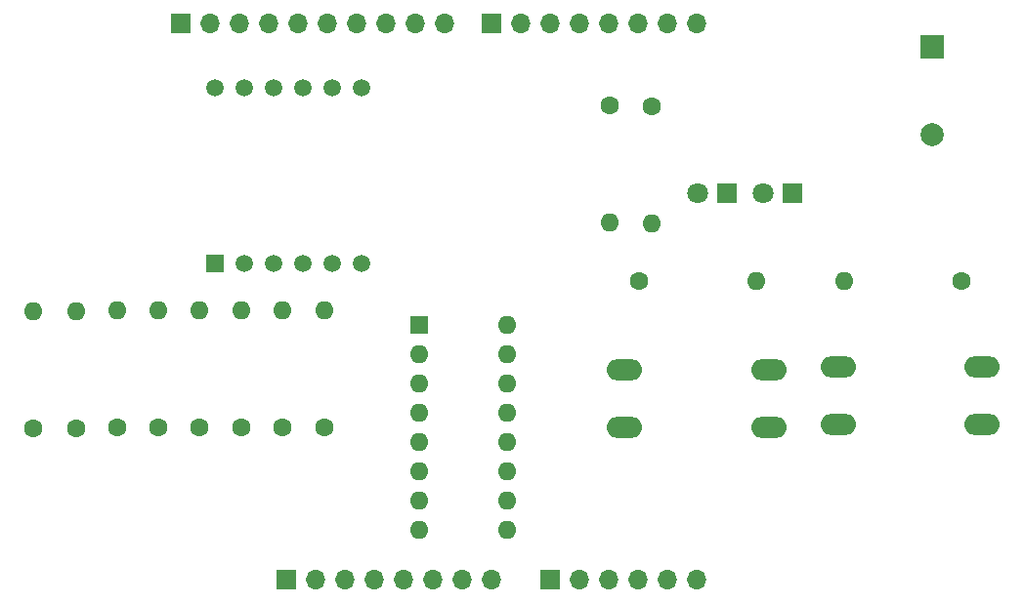
<source format=gbr>
%TF.GenerationSoftware,KiCad,Pcbnew,7.0.1-0*%
%TF.CreationDate,2023-04-12T16:12:07-06:00*%
%TF.ProjectId,Arduino_Uno_Kitchen_Timer,41726475-696e-46f5-9f55-6e6f5f4b6974,rev?*%
%TF.SameCoordinates,Original*%
%TF.FileFunction,Soldermask,Bot*%
%TF.FilePolarity,Negative*%
%FSLAX46Y46*%
G04 Gerber Fmt 4.6, Leading zero omitted, Abs format (unit mm)*
G04 Created by KiCad (PCBNEW 7.0.1-0) date 2023-04-12 16:12:07*
%MOMM*%
%LPD*%
G01*
G04 APERTURE LIST*
%ADD10R,1.700000X1.700000*%
%ADD11O,1.700000X1.700000*%
%ADD12C,1.600000*%
%ADD13O,1.600000X1.600000*%
%ADD14O,3.048000X1.850000*%
%ADD15R,1.600000X1.600000*%
%ADD16R,1.800000X1.800000*%
%ADD17C,1.800000*%
%ADD18R,2.000000X2.000000*%
%ADD19C,2.000000*%
%ADD20R,1.500000X1.500000*%
%ADD21C,1.500000*%
G04 APERTURE END LIST*
D10*
%TO.C,J2*%
X145669000Y-51088000D03*
D11*
X148209000Y-51088000D03*
X150749000Y-51088000D03*
X153289000Y-51088000D03*
X155829000Y-51088000D03*
X158369000Y-51088000D03*
X160909000Y-51088000D03*
X163449000Y-51088000D03*
X165989000Y-51088000D03*
X168529000Y-51088000D03*
%TD*%
D12*
%TO.C,R10*%
X140207994Y-86139996D03*
D13*
X140207994Y-75979996D03*
%TD*%
D14*
%TO.C,SW1*%
X215134088Y-85896641D03*
X202634088Y-85896641D03*
X215134088Y-80896641D03*
X202634088Y-80896641D03*
%TD*%
%TO.C,SW2*%
X196651913Y-86152023D03*
X184151913Y-86152023D03*
X196651913Y-81152023D03*
X184151913Y-81152023D03*
%TD*%
D12*
%TO.C,R8*%
X147320000Y-86140000D03*
D13*
X147320000Y-75980000D03*
%TD*%
D12*
%TO.C,R2*%
X213360000Y-73440000D03*
D13*
X203200000Y-73440000D03*
%TD*%
D15*
%TO.C,U1*%
X166380000Y-77265000D03*
D13*
X166380000Y-79805000D03*
X166380000Y-82345000D03*
X166380000Y-84885000D03*
X166380000Y-87425000D03*
X166380000Y-89965000D03*
X166380000Y-92505000D03*
X166380000Y-95045000D03*
X174000000Y-95045000D03*
X174000000Y-92505000D03*
X174000000Y-89965000D03*
X174000000Y-87425000D03*
X174000000Y-84885000D03*
X174000000Y-82345000D03*
X174000000Y-79805000D03*
X174000000Y-77265000D03*
%TD*%
D12*
%TO.C,R11*%
X136612913Y-86218150D03*
D13*
X136612913Y-76058150D03*
%TD*%
D12*
%TO.C,R4*%
X186538923Y-58262499D03*
D13*
X186538923Y-68422499D03*
%TD*%
D16*
%TO.C,D1*%
X198685096Y-65770438D03*
D17*
X196145096Y-65770438D03*
%TD*%
D10*
%TO.C,J4*%
X172593000Y-51088000D03*
D11*
X175133000Y-51088000D03*
X177673000Y-51088000D03*
X180213000Y-51088000D03*
X182753000Y-51088000D03*
X185293000Y-51088000D03*
X187833000Y-51088000D03*
X190373000Y-51088000D03*
%TD*%
D12*
%TO.C,R6*%
X154510160Y-86140000D03*
D13*
X154510160Y-75980000D03*
%TD*%
D12*
%TO.C,R5*%
X158107517Y-86088651D03*
D13*
X158107517Y-75928651D03*
%TD*%
D12*
%TO.C,R7*%
X150915080Y-86139996D03*
D13*
X150915080Y-75979996D03*
%TD*%
D18*
%TO.C,LS1*%
X210820000Y-53120000D03*
D19*
X210820000Y-60720000D03*
%TD*%
D20*
%TO.C,U2*%
X148622168Y-71885789D03*
D21*
X151162168Y-71885789D03*
X153702168Y-71885789D03*
X156242168Y-71885789D03*
X158782168Y-71885789D03*
X161322168Y-71885789D03*
X161322168Y-56645789D03*
X158782168Y-56645789D03*
X156242168Y-56645789D03*
X153702168Y-56645789D03*
X151162168Y-56645789D03*
X148622168Y-56645789D03*
%TD*%
D12*
%TO.C,R1*%
X185420000Y-73440000D03*
D13*
X195580000Y-73440000D03*
%TD*%
D12*
%TO.C,R9*%
X143724920Y-86140000D03*
D13*
X143724920Y-75980000D03*
%TD*%
D12*
%TO.C,R12*%
X132939679Y-86218154D03*
D13*
X132939679Y-76058154D03*
%TD*%
D16*
%TO.C,D2*%
X193040000Y-65820000D03*
D17*
X190500000Y-65820000D03*
%TD*%
D12*
%TO.C,R3*%
X182880000Y-58197666D03*
D13*
X182880000Y-68357666D03*
%TD*%
D10*
%TO.C,J1*%
X154813000Y-99348000D03*
D11*
X157353000Y-99348000D03*
X159893000Y-99348000D03*
X162433000Y-99348000D03*
X164973000Y-99348000D03*
X167513000Y-99348000D03*
X170053000Y-99348000D03*
X172593000Y-99348000D03*
%TD*%
D10*
%TO.C,J3*%
X177673000Y-99348000D03*
D11*
X180213000Y-99348000D03*
X182753000Y-99348000D03*
X185293000Y-99348000D03*
X187833000Y-99348000D03*
X190373000Y-99348000D03*
%TD*%
M02*

</source>
